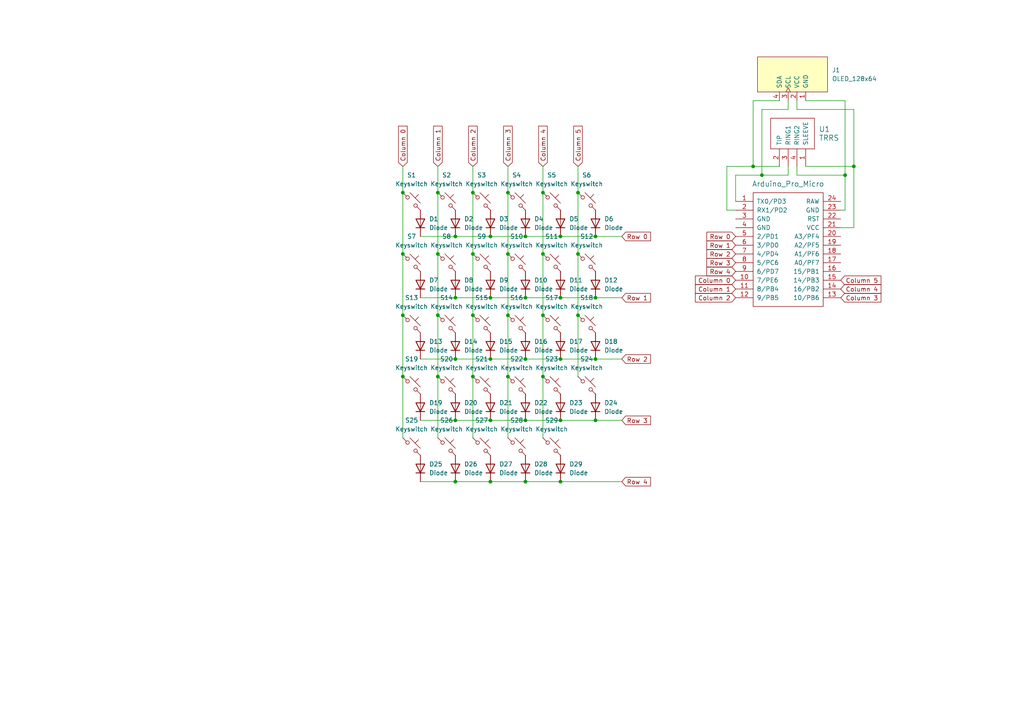
<source format=kicad_sch>
(kicad_sch (version 20250114) (generator "eeschema") (generator_version "9.0")
  (paper "A4")
  (lib_symbols
    (symbol "ScottoKeebs:MCU_Arduino_Pro_Micro" (pin_names (offset 1.016))
      (property "Reference" "U" (at 0 0 0))
      (property "Value" "Arduino_Pro_Micro" (at 0 -19.05 0))
      (symbol "MCU_Arduino_Pro_Micro_0_1"
        (rectangle (start -10.16 16.51) (end 10.16 -16.51))
      )
      (symbol "MCU_Arduino_Pro_Micro_1_1"
        (pin input line (at -15.24 13.97 0) (length 5.08) (name "TX0/PD3") (number "1"))
        (pin input line (at -15.24 11.43 0) (length 5.08) (name "RX1/PD2") (number "2"))
        (pin input line (at -15.24 8.89 0) (length 5.08) (name "GND") (number "3"))
        (pin input line (at -15.24 6.35 0) (length 5.08) (name "GND") (number "4"))
        (pin input line (at -15.24 3.81 0) (length 5.08) (name "2/PD1") (number "5"))
        (pin input line (at -15.24 1.27 0) (length 5.08) (name "3/PD0") (number "6"))
        (pin input line (at -15.24 -1.27 0) (length 5.08) (name "4/PD4") (number "7"))
        (pin input line (at -15.24 -3.81 0) (length 5.08) (name "5/PC6") (number "8"))
        (pin input line (at -15.24 -6.35 0) (length 5.08) (name "6/PD7") (number "9"))
        (pin input line (at -15.24 -8.89 0) (length 5.08) (name "7/PE6") (number "10"))
        (pin input line (at -15.24 -11.43 0) (length 5.08) (name "8/PB4") (number "11"))
        (pin input line (at -15.24 -13.97 0) (length 5.08) (name "9/PB5") (number "12"))
        (pin input line (at 15.24 13.97 180) (length 5.08) (name "RAW") (number "24"))
        (pin input line (at 15.24 11.43 180) (length 5.08) (name "GND") (number "23"))
        (pin input line (at 15.24 8.89 180) (length 5.08) (name "RST") (number "22"))
        (pin input line (at 15.24 6.35 180) (length 5.08) (name "VCC") (number "21"))
        (pin input line (at 15.24 3.81 180) (length 5.08) (name "A3/PF4") (number "20"))
        (pin input line (at 15.24 1.27 180) (length 5.08) (name "A2/PF5") (number "19"))
        (pin input line (at 15.24 -1.27 180) (length 5.08) (name "A1/PF6") (number "18"))
        (pin input line (at 15.24 -3.81 180) (length 5.08) (name "A0/PF7") (number "17"))
        (pin input line (at 15.24 -6.35 180) (length 5.08) (name "15/PB1") (number "16"))
        (pin input line (at 15.24 -8.89 180) (length 5.08) (name "14/PB3") (number "15"))
        (pin input line (at 15.24 -11.43 180) (length 5.08) (name "16/PB2") (number "14"))
        (pin input line (at 15.24 -13.97 180) (length 5.08) (name "10/PB6") (number "13"))
      )
    )
    (symbol "ScottoKeebs:OLED_128x64" (pin_names (offset 1.016))
      (property "Reference" "J" (at 0 -11.43 0))
      (property "Value" "OLED_128x64" (at 0 -7.62 0))
      (symbol "OLED_128x64_0_1"
        (rectangle (start 10.16 -10.16) (end -10.16 0) (fill (type background)))
      )
      (symbol "OLED_128x64_1_1"
        (pin power_in line (at -3.81 2.54 270) (length 2.54) (name "GND") (number "1"))
        (pin power_in line (at -1.27 2.54 270) (length 2.54) (name "VCC") (number "2"))
        (pin input clock (at 1.27 2.54 270) (length 2.54) (name "SCL") (number "3"))
        (pin bidirectional line (at 3.81 2.54 270) (length 2.54) (name "SDA") (number "4"))
      )
    )
    (symbol "ScottoKeebs:Placeholder_Diode" (pin_numbers (hide yes)) (pin_names (hide yes))
      (property "Reference" "D" (at 0 2.54 0))
      (property "Value" "Diode" (at 0 -2.54 0))
      (symbol "Placeholder_Diode_0_1"
        (polyline (pts (xy -1.27 1.27) (xy -1.27 -1.27)) (stroke (width 0.254)))
        (polyline (pts (xy 1.27 1.27) (xy 1.27 -1.27) (xy -1.27 0) (xy 1.27 1.27)) (stroke (width 0.254)))
        (polyline (pts (xy 1.27 0) (xy -1.27 0)))
      )
      (symbol "Placeholder_Diode_1_1"
        (pin passive line (at -3.81 0 0) (length 2.54) (name "K") (number "1"))
        (pin passive line (at 3.81 0 180) (length 2.54) (name "A") (number "2"))
      )
    )
    (symbol "ScottoKeebs:Placeholder_Keyswitch" (pin_numbers (hide yes)) (pin_names (offset 1.016) (hide yes))
      (property "Reference" "S" (at 3.048 1.016 0))
      (property "Value" "Keyswitch" (at 0 -3.81 0))
      (symbol "Placeholder_Keyswitch_0_1"
        (polyline (pts (xy -2.54 2.54) (xy -1.524 1.524) (xy -1.524 1.524)))
        (circle (center -1.1684 1.1684) (radius 0.508))
        (polyline (pts (xy -0.508 2.54) (xy 2.54 -0.508)))
        (polyline (pts (xy 1.016 1.016) (xy 2.032 2.032)))
        (circle (center 1.143 -1.1938) (radius 0.508))
        (polyline (pts (xy 1.524 -1.524) (xy 2.54 -2.54) (xy 2.54 -2.54) (xy 2.54 -2.54)))
        (pin passive line (at -2.54 2.54 0) (length 0) (name "1") (number "1"))
        (pin passive line (at 2.54 -2.54 180) (length 0) (name "2") (number "2"))
      )
    )
    (symbol "ScottoKeebs:Placeholder_TRRS" (pin_names (offset 1.016))
      (property "Reference" "U" (at 0 15.24 0))
      (property "Value" "TRRS" (at 0 -2.54 0))
      (symbol "Placeholder_TRRS_0_1"
        (rectangle (start -3.81 12.7) (end 5.08 12.7))
        (rectangle (start -3.81 0) (end -3.81 12.7))
        (rectangle (start -3.81 0) (end 5.08 0))
        (rectangle (start 5.08 12.7) (end 5.08 0))
      )
      (symbol "Placeholder_TRRS_1_1"
        (pin input line (at -8.89 10.16 0) (length 5.08) (name "TIP") (number "2"))
        (pin input line (at -8.89 7.62 0) (length 5.08) (name "RING1") (number "3"))
        (pin input line (at -8.89 5.08 0) (length 5.08) (name "RING2") (number "4"))
        (pin input line (at -8.89 2.54 0) (length 5.08) (name "SLEEVE") (number "1"))
      )
    )
  )
  (junction (at 167.64 91.44))
  (junction (at 157.48 109.22))
  (junction (at 142.24 86.36))
  (junction (at 162.56 139.7))
  (junction (at 127 73.66))
  (junction (at 147.32 73.66))
  (junction (at 220.98 50.8))
  (junction (at 142.24 139.7))
  (junction (at 152.4 86.36))
  (junction (at 245.11 50.8))
  (junction (at 142.24 121.92))
  (junction (at 152.4 68.58))
  (junction (at 116.84 55.88))
  (junction (at 137.16 55.88))
  (junction (at 127 55.88))
  (junction (at 116.84 91.44))
  (junction (at 142.24 68.58))
  (junction (at 116.84 73.66))
  (junction (at 132.08 121.92))
  (junction (at 127 91.44))
  (junction (at 132.08 86.36))
  (junction (at 162.56 68.58))
  (junction (at 157.48 73.66))
  (junction (at 152.4 139.7))
  (junction (at 142.24 104.14))
  (junction (at 162.56 121.92))
  (junction (at 167.64 73.66))
  (junction (at 172.72 68.58))
  (junction (at 116.84 109.22))
  (junction (at 152.4 104.14))
  (junction (at 132.08 139.7))
  (junction (at 172.72 86.36))
  (junction (at 157.48 91.44))
  (junction (at 137.16 109.22))
  (junction (at 162.56 104.14))
  (junction (at 172.72 104.14))
  (junction (at 132.08 104.14))
  (junction (at 147.32 55.88))
  (junction (at 157.48 55.88))
  (junction (at 172.72 121.92))
  (junction (at 147.32 91.44))
  (junction (at 137.16 73.66))
  (junction (at 147.32 109.22))
  (junction (at 137.16 91.44))
  (junction (at 218.44 48.26))
  (junction (at 132.08 68.58))
  (junction (at 152.4 121.92))
  (junction (at 167.64 55.88))
  (junction (at 247.65 48.26))
  (junction (at 127 109.22))
  (junction (at 162.56 86.36))
  (wire (pts (xy 142.24 104.14) (xy 152.4 104.14)))
  (wire (pts (xy 121.92 68.58) (xy 132.08 68.58)))
  (wire (pts (xy 162.56 86.36) (xy 172.72 86.36)))
  (wire (pts (xy 157.48 55.88) (xy 157.48 73.66)))
  (wire (pts (xy 132.08 121.92) (xy 142.24 121.92)))
  (wire (pts (xy 167.64 55.88) (xy 167.64 73.66)))
  (wire (pts (xy 228.6 48.26) (xy 228.6 50.8)))
  (wire (pts (xy 157.48 109.22) (xy 157.48 127)))
  (wire (pts (xy 152.4 139.7) (xy 162.56 139.7)))
  (wire (pts (xy 220.98 50.8) (xy 213.36 50.8)))
  (wire (pts (xy 137.16 109.22) (xy 137.16 127)))
  (wire (pts (xy 147.32 55.88) (xy 147.32 73.66)))
  (wire (pts (xy 167.64 73.66) (xy 167.64 91.44)))
  (wire (pts (xy 245.11 50.8) (xy 245.11 60.96)))
  (wire (pts (xy 210.82 48.26) (xy 218.44 48.26)))
  (wire (pts (xy 228.6 31.75) (xy 220.98 31.75)))
  (wire (pts (xy 157.48 91.44) (xy 157.48 109.22)))
  (wire (pts (xy 147.32 48.26) (xy 147.32 55.88)))
  (wire (pts (xy 127 91.44) (xy 127 109.22)))
  (wire (pts (xy 127 109.22) (xy 127 127)))
  (wire (pts (xy 121.92 104.14) (xy 132.08 104.14)))
  (wire (pts (xy 228.6 50.8) (xy 220.98 50.8)))
  (wire (pts (xy 142.24 121.92) (xy 152.4 121.92)))
  (wire (pts (xy 228.6 29.21) (xy 228.6 31.75)))
  (wire (pts (xy 132.08 86.36) (xy 142.24 86.36)))
  (wire (pts (xy 157.48 48.26) (xy 157.48 55.88)))
  (wire (pts (xy 162.56 139.7) (xy 180.34 139.7)))
  (wire (pts (xy 132.08 68.58) (xy 142.24 68.58)))
  (wire (pts (xy 167.64 48.26) (xy 167.64 55.88)))
  (wire (pts (xy 167.64 91.44) (xy 167.64 109.22)))
  (wire (pts (xy 137.16 91.44) (xy 137.16 109.22)))
  (wire (pts (xy 116.84 48.26) (xy 116.84 55.88)))
  (wire (pts (xy 243.84 60.96) (xy 245.11 60.96)))
  (wire (pts (xy 162.56 104.14) (xy 172.72 104.14)))
  (wire (pts (xy 213.36 60.96) (xy 210.82 60.96)))
  (wire (pts (xy 132.08 139.7) (xy 142.24 139.7)))
  (wire (pts (xy 218.44 48.26) (xy 226.06 48.26)))
  (wire (pts (xy 220.98 31.75) (xy 220.98 50.8)))
  (wire (pts (xy 147.32 73.66) (xy 147.32 91.44)))
  (wire (pts (xy 245.11 50.8) (xy 245.11 29.21)))
  (wire (pts (xy 180.34 68.58) (xy 172.72 68.58)))
  (wire (pts (xy 142.24 86.36) (xy 152.4 86.36)))
  (wire (pts (xy 210.82 60.96) (xy 210.82 48.26)))
  (wire (pts (xy 157.48 73.66) (xy 157.48 91.44)))
  (wire (pts (xy 231.14 50.8) (xy 245.11 50.8)))
  (wire (pts (xy 147.32 91.44) (xy 147.32 109.22)))
  (wire (pts (xy 121.92 139.7) (xy 132.08 139.7)))
  (wire (pts (xy 116.84 73.66) (xy 116.84 91.44)))
  (wire (pts (xy 213.36 50.8) (xy 213.36 58.42)))
  (wire (pts (xy 231.14 31.75) (xy 247.65 31.75)))
  (wire (pts (xy 152.4 68.58) (xy 162.56 68.58)))
  (wire (pts (xy 137.16 55.88) (xy 137.16 73.66)))
  (wire (pts (xy 231.14 48.26) (xy 231.14 50.8)))
  (wire (pts (xy 152.4 86.36) (xy 162.56 86.36)))
  (wire (pts (xy 172.72 86.36) (xy 180.34 86.36)))
  (wire (pts (xy 116.84 109.22) (xy 116.84 127)))
  (wire (pts (xy 127 48.26) (xy 127 55.88)))
  (wire (pts (xy 142.24 68.58) (xy 152.4 68.58)))
  (wire (pts (xy 132.08 104.14) (xy 142.24 104.14)))
  (wire (pts (xy 172.72 104.14) (xy 180.34 104.14)))
  (wire (pts (xy 247.65 31.75) (xy 247.65 48.26)))
  (wire (pts (xy 226.06 29.21) (xy 218.44 29.21)))
  (wire (pts (xy 137.16 73.66) (xy 137.16 91.44)))
  (wire (pts (xy 243.84 66.04) (xy 247.65 66.04)))
  (wire (pts (xy 137.16 48.26) (xy 137.16 55.88)))
  (wire (pts (xy 233.68 48.26) (xy 247.65 48.26)))
  (wire (pts (xy 116.84 55.88) (xy 116.84 73.66)))
  (wire (pts (xy 121.92 121.92) (xy 132.08 121.92)))
  (wire (pts (xy 231.14 29.21) (xy 231.14 31.75)))
  (wire (pts (xy 142.24 139.7) (xy 152.4 139.7)))
  (wire (pts (xy 162.56 68.58) (xy 172.72 68.58)))
  (wire (pts (xy 147.32 109.22) (xy 147.32 127)))
  (wire (pts (xy 116.84 91.44) (xy 116.84 109.22)))
  (wire (pts (xy 127 55.88) (xy 127 73.66)))
  (wire (pts (xy 245.11 29.21) (xy 233.68 29.21)))
  (wire (pts (xy 152.4 104.14) (xy 162.56 104.14)))
  (wire (pts (xy 121.92 86.36) (xy 132.08 86.36)))
  (wire (pts (xy 162.56 121.92) (xy 172.72 121.92)))
  (wire (pts (xy 152.4 121.92) (xy 162.56 121.92)))
  (wire (pts (xy 180.34 121.92) (xy 172.72 121.92)))
  (wire (pts (xy 218.44 29.21) (xy 218.44 48.26)))
  (wire (pts (xy 127 73.66) (xy 127 91.44)))
  (wire (pts (xy 247.65 48.26) (xy 247.65 66.04)))
  (global_label "Column 0" (shape input) (at 213.36 81.28 180) (property "Intersheetrefs" "${INTERSHEET_REFS}" (effects (hide yes))))
  (global_label "Row 1" (shape input) (at 180.34 86.36 0) (property "Intersheetrefs" "${INTERSHEET_REFS}" (effects (hide yes))))
  (global_label "Column 1" (shape input) (at 127 48.26 90) (property "Intersheetrefs" "${INTERSHEET_REFS}" (effects (hide yes))))
  (global_label "Column 5" (shape input) (at 243.84 81.28 0) (property "Intersheetrefs" "${INTERSHEET_REFS}" (effects (hide yes))))
  (global_label "Column 3" (shape input) (at 243.84 86.36 0) (property "Intersheetrefs" "${INTERSHEET_REFS}" (effects (hide yes))))
  (global_label "Row 2" (shape input) (at 180.34 104.14 0) (property "Intersheetrefs" "${INTERSHEET_REFS}" (effects (hide yes))))
  (global_label "Column 5" (shape input) (at 167.64 48.26 90) (property "Intersheetrefs" "${INTERSHEET_REFS}" (effects (hide yes))))
  (global_label "Column 3" (shape input) (at 147.32 48.26 90) (property "Intersheetrefs" "${INTERSHEET_REFS}" (effects (hide yes))))
  (global_label "Column 1" (shape input) (at 213.36 83.82 180) (property "Intersheetrefs" "${INTERSHEET_REFS}" (effects (hide yes))))
  (global_label "Row 0" (shape input) (at 180.34 68.58 0) (property "Intersheetrefs" "${INTERSHEET_REFS}" (effects (hide yes))))
  (global_label "Row 4" (shape input) (at 213.36 78.74 180) (property "Intersheetrefs" "${INTERSHEET_REFS}" (effects (hide yes))))
  (global_label "Column 0" (shape input) (at 116.84 48.26 90) (property "Intersheetrefs" "${INTERSHEET_REFS}" (effects (hide yes))))
  (global_label "Row 1" (shape input) (at 213.36 71.12 180) (property "Intersheetrefs" "${INTERSHEET_REFS}" (effects (hide yes))))
  (global_label "Row 2" (shape input) (at 213.36 73.66 180) (property "Intersheetrefs" "${INTERSHEET_REFS}" (effects (hide yes))))
  (global_label "Column 2" (shape input) (at 137.16 48.26 90) (property "Intersheetrefs" "${INTERSHEET_REFS}" (effects (hide yes))))
  (global_label "Row 3" (shape input) (at 180.34 121.92 0) (property "Intersheetrefs" "${INTERSHEET_REFS}" (effects (hide yes))))
  (global_label "Row 4" (shape input) (at 180.34 139.7 0) (property "Intersheetrefs" "${INTERSHEET_REFS}" (effects (hide yes))))
  (global_label "Column 2" (shape input) (at 213.36 86.36 180) (property "Intersheetrefs" "${INTERSHEET_REFS}" (effects (hide yes))))
  (global_label "Row 3" (shape input) (at 213.36 76.2 180) (property "Intersheetrefs" "${INTERSHEET_REFS}" (effects (hide yes))))
  (global_label "Row 0" (shape input) (at 213.36 68.58 180) (property "Intersheetrefs" "${INTERSHEET_REFS}" (effects (hide yes))))
  (global_label "Column 4" (shape input) (at 243.84 83.82 0) (property "Intersheetrefs" "${INTERSHEET_REFS}" (effects (hide yes))))
  (global_label "Column 4" (shape input) (at 157.48 48.26 90) (property "Intersheetrefs" "${INTERSHEET_REFS}" (effects (hide yes))))
  (symbol (lib_id "ScottoKeebs:Placeholder_Diode") (at 132.08 135.89 90) (unit 1)
    (property "Reference" "D26" (at 134.62 134.6199 90) (effects (justify right)))
    (property "Value" "Diode" (at 134.62 137.1599 90) (effects (justify right)))
    (property "Footprint" "ScottoKeebs_Choc:Choc_V1V2_1.00u" (effects (hide yes)))
    (property "Description" "1N4148 (DO-35) or 1N4148W (SOD-123)" (effects (hide yes)))
    (property "Sim.Device" "D" (effects (hide yes)))
    (property "Sim.Pins" "1=K 2=A" (effects (hide yes)))
  )
  (symbol (lib_id "ScottoKeebs:Placeholder_Keyswitch") (at 119.38 129.54 0) (unit 1)
    (property "Reference" "S25" (at 119.38 121.92 0))
    (property "Value" "Keyswitch" (at 119.38 124.46 0))
    (property "Description" "Push button switch, normally open, two pins, 45° tilted" (effects (hide yes)))
  )
  (symbol (lib_id "ScottoKeebs:Placeholder_Keyswitch") (at 149.86 76.2 0) (unit 1)
    (property "Reference" "S10" (at 149.86 68.58 0))
    (property "Value" "Keyswitch" (at 149.86 71.12 0))
    (property "Footprint" "ScottoKeebs_Choc:Choc_V1V2_1.00u" (effects (hide yes)))
    (property "Description" "Push button switch, normally open, two pins, 45° tilted" (effects (hide yes)))
  )
  (symbol (lib_id "ScottoKeebs:Placeholder_Diode") (at 152.4 64.77 90) (unit 1)
    (property "Reference" "D4" (at 154.94 63.4999 90) (effects (justify right)))
    (property "Value" "Diode" (at 154.94 66.0399 90) (effects (justify right)))
    (property "Footprint" "ScottoKeebs_Choc:Choc_V1V2_1.00u" (effects (hide yes)))
    (property "Description" "1N4148 (DO-35) or 1N4148W (SOD-123)" (effects (hide yes)))
    (property "Sim.Device" "D" (effects (hide yes)))
    (property "Sim.Pins" "1=K 2=A" (effects (hide yes)))
  )
  (symbol (lib_id "ScottoKeebs:Placeholder_Diode") (at 162.56 100.33 90) (unit 1)
    (property "Reference" "D17" (at 165.1 99.0599 90) (effects (justify right)))
    (property "Value" "Diode" (at 165.1 101.5999 90) (effects (justify right)))
    (property "Footprint" "ScottoKeebs_Choc:Choc_V1V2_1.00u" (effects (hide yes)))
    (property "Description" "1N4148 (DO-35) or 1N4148W (SOD-123)" (effects (hide yes)))
    (property "Sim.Device" "D" (effects (hide yes)))
    (property "Sim.Pins" "1=K 2=A" (effects (hide yes)))
  )
  (symbol (lib_id "ScottoKeebs:Placeholder_Keyswitch") (at 160.02 76.2 0) (unit 1)
    (property "Reference" "S11" (at 160.02 68.58 0))
    (property "Value" "Keyswitch" (at 160.02 71.12 0))
    (property "Footprint" "ScottoKeebs_Choc:Choc_V1V2_1.00u" (effects (hide yes)))
    (property "Description" "Push button switch, normally open, two pins, 45° tilted" (effects (hide yes)))
  )
  (symbol (lib_id "ScottoKeebs:Placeholder_Diode") (at 142.24 64.77 90) (unit 1)
    (property "Reference" "D3" (at 144.78 63.4999 90) (effects (justify right)))
    (property "Value" "Diode" (at 144.78 66.0399 90) (effects (justify right)))
    (property "Footprint" "ScottoKeebs_Choc:Choc_V1V2_1.00u" (effects (hide yes)))
    (property "Description" "1N4148 (DO-35) or 1N4148W (SOD-123)" (effects (hide yes)))
    (property "Sim.Device" "D" (effects (hide yes)))
    (property "Sim.Pins" "1=K 2=A" (effects (hide yes)))
  )
  (symbol (lib_id "ScottoKeebs:Placeholder_Diode") (at 121.92 64.77 90) (unit 1)
    (property "Reference" "D1" (at 124.46 63.4999 90) (effects (justify right)))
    (property "Value" "Diode" (at 124.46 66.0399 90) (effects (justify right)))
    (property "Footprint" "ScottoKeebs_Choc:Choc_V1V2_1.00u" (effects (hide yes)))
    (property "Description" "1N4148 (DO-35) or 1N4148W (SOD-123)" (effects (hide yes)))
    (property "Sim.Device" "D" (effects (hide yes)))
    (property "Sim.Pins" "1=K 2=A" (effects (hide yes)))
  )
  (symbol (lib_id "ScottoKeebs:Placeholder_Diode") (at 162.56 135.89 90) (unit 1)
    (property "Reference" "D29" (at 165.1 134.6199 90) (effects (justify right)))
    (property "Value" "Diode" (at 165.1 137.1599 90) (effects (justify right)))
    (property "Footprint" "ScottoKeebs_Choc:Choc_V1V2_1.00u" (effects (hide yes)))
    (property "Description" "1N4148 (DO-35) or 1N4148W (SOD-123)" (effects (hide yes)))
    (property "Sim.Device" "D" (effects (hide yes)))
    (property "Sim.Pins" "1=K 2=A" (effects (hide yes)))
  )
  (symbol (lib_id "ScottoKeebs:Placeholder_Diode") (at 152.4 100.33 90) (unit 1)
    (property "Reference" "D16" (at 154.94 99.0599 90) (effects (justify right)))
    (property "Value" "Diode" (at 154.94 101.5999 90) (effects (justify right)))
    (property "Footprint" "ScottoKeebs_Choc:Choc_V1V2_1.00u" (effects (hide yes)))
    (property "Description" "1N4148 (DO-35) or 1N4148W (SOD-123)" (effects (hide yes)))
    (property "Sim.Device" "D" (effects (hide yes)))
    (property "Sim.Pins" "1=K 2=A" (effects (hide yes)))
  )
  (symbol (lib_id "ScottoKeebs:Placeholder_Keyswitch") (at 170.18 93.98 0) (unit 1)
    (property "Reference" "S18" (at 170.18 86.36 0))
    (property "Value" "Keyswitch" (at 170.18 88.9 0))
    (property "Footprint" "ScottoKeebs_Choc:Choc_V1V2_1.00u" (effects (hide yes)))
    (property "Description" "Push button switch, normally open, two pins, 45° tilted" (effects (hide yes)))
  )
  (symbol (lib_id "ScottoKeebs:Placeholder_Diode") (at 132.08 118.11 90) (unit 1)
    (property "Reference" "D20" (at 134.62 116.8399 90) (effects (justify right)))
    (property "Value" "Diode" (at 134.62 119.3799 90) (effects (justify right)))
    (property "Footprint" "ScottoKeebs_Choc:Choc_V1V2_1.00u" (effects (hide yes)))
    (property "Description" "1N4148 (DO-35) or 1N4148W (SOD-123)" (effects (hide yes)))
    (property "Sim.Device" "D" (effects (hide yes)))
    (property "Sim.Pins" "1=K 2=A" (effects (hide yes)))
  )
  (symbol (lib_id "ScottoKeebs:Placeholder_Keyswitch") (at 129.54 93.98 0) (unit 1)
    (property "Reference" "S14" (at 129.54 86.36 0))
    (property "Value" "Keyswitch" (at 129.54 88.9 0))
    (property "Footprint" "ScottoKeebs_Choc:Choc_V1V2_1.00u" (effects (hide yes)))
    (property "Description" "Push button switch, normally open, two pins, 45° tilted" (effects (hide yes)))
  )
  (symbol (lib_id "ScottoKeebs:Placeholder_TRRS") (at 236.22 39.37 90) (unit 1)
    (property "Reference" "U1" (at 237.49 37.4649 90) (effects (font (size 1.524 1.524)) (justify right)))
    (property "Value" "TRRS" (at 237.49 40.0049 90) (effects (font (size 1.524 1.524)) (justify right)))
    (property "Footprint" "ScottoKeebs_Components:TRRS_PJ-320A" (effects (hide yes)))
  )
  (symbol (lib_id "ScottoKeebs:MCU_Arduino_Pro_Micro") (at 228.6 72.39 0) (unit 1)
    (property "Reference" "U2" (effects (hide yes)))
    (property "Value" "Arduino_Pro_Micro" (at 228.6 53.34 0) (effects (font (size 1.524 1.524))))
    (property "Footprint" "ScottoKeebs_MCU:Arduino_Pro_Micro" (effects (hide yes)))
  )
  (symbol (lib_id "ScottoKeebs:Placeholder_Keyswitch") (at 139.7 76.2 0) (unit 1)
    (property "Reference" "S9" (at 139.7 68.58 0))
    (property "Value" "Keyswitch" (at 139.7 71.12 0))
    (property "Footprint" "ScottoKeebs_Choc:Choc_V1V2_1.00u" (effects (hide yes)))
    (property "Description" "Push button switch, normally open, two pins, 45° tilted" (effects (hide yes)))
  )
  (symbol (lib_id "ScottoKeebs:Placeholder_Diode") (at 172.72 82.55 90) (unit 1)
    (property "Reference" "D12" (at 175.26 81.2799 90) (effects (justify right)))
    (property "Value" "Diode" (at 175.26 83.8199 90) (effects (justify right)))
    (property "Footprint" "ScottoKeebs_Choc:Choc_V1V2_1.00u" (effects (hide yes)))
    (property "Description" "1N4148 (DO-35) or 1N4148W (SOD-123)" (effects (hide yes)))
    (property "Sim.Device" "D" (effects (hide yes)))
    (property "Sim.Pins" "1=K 2=A" (effects (hide yes)))
  )
  (symbol (lib_id "ScottoKeebs:Placeholder_Keyswitch") (at 129.54 58.42 0) (unit 1)
    (property "Reference" "S2" (at 129.54 50.8 0))
    (property "Value" "Keyswitch" (at 129.54 53.34 0))
    (property "Footprint" "ScottoKeebs_Choc:Choc_V1V2_1.00u" (effects (hide yes)))
    (property "Description" "Push button switch, normally open, two pins, 45° tilted" (effects (hide yes)))
  )
  (symbol (lib_id "ScottoKeebs:Placeholder_Keyswitch") (at 119.38 58.42 0) (unit 1)
    (property "Reference" "S1" (at 119.38 50.8 0))
    (property "Value" "Keyswitch" (at 119.38 53.34 0))
    (property "Footprint" "ScottoKeebs_Choc:Choc_V1V2_1.00u" (effects (hide yes)))
    (property "Description" "Push button switch, normally open, two pins, 45° tilted" (effects (hide yes)))
  )
  (symbol (lib_id "ScottoKeebs:Placeholder_Keyswitch") (at 139.7 58.42 0) (unit 1)
    (property "Reference" "S3" (at 139.7 50.8 0))
    (property "Value" "Keyswitch" (at 139.7 53.34 0))
    (property "Footprint" "ScottoKeebs_Choc:Choc_V1V2_1.00u" (effects (hide yes)))
    (property "Description" "Push button switch, normally open, two pins, 45° tilted" (effects (hide yes)))
  )
  (symbol (lib_id "ScottoKeebs:Placeholder_Keyswitch") (at 170.18 111.76 0) (unit 1)
    (property "Reference" "S24" (at 170.18 104.14 0))
    (property "Value" "Keyswitch" (at 170.18 106.68 0))
    (property "Footprint" "ScottoKeebs_Choc:Choc_V1V2_1.00u" (effects (hide yes)))
    (property "Description" "Push button switch, normally open, two pins, 45° tilted" (effects (hide yes)))
  )
  (symbol (lib_id "ScottoKeebs:Placeholder_Diode") (at 132.08 64.77 90) (unit 1)
    (property "Reference" "D2" (at 134.62 63.4999 90) (effects (justify right)))
    (property "Value" "Diode" (at 134.62 66.0399 90) (effects (justify right)))
    (property "Footprint" "ScottoKeebs_Choc:Choc_V1V2_1.00u" (effects (hide yes)))
    (property "Description" "1N4148 (DO-35) or 1N4148W (SOD-123)" (effects (hide yes)))
    (property "Sim.Device" "D" (effects (hide yes)))
    (property "Sim.Pins" "1=K 2=A" (effects (hide yes)))
  )
  (symbol (lib_id "ScottoKeebs:Placeholder_Keyswitch") (at 149.86 58.42 0) (unit 1)
    (property "Reference" "S4" (at 149.86 50.8 0))
    (property "Value" "Keyswitch" (at 149.86 53.34 0))
    (property "Footprint" "ScottoKeebs_Choc:Choc_V1V2_1.00u" (effects (hide yes)))
    (property "Description" "Push button switch, normally open, two pins, 45° tilted" (effects (hide yes)))
  )
  (symbol (lib_id "ScottoKeebs:Placeholder_Diode") (at 132.08 82.55 90) (unit 1)
    (property "Reference" "D8" (at 134.62 81.2799 90) (effects (justify right)))
    (property "Value" "Diode" (at 134.62 83.8199 90) (effects (justify right)))
    (property "Footprint" "ScottoKeebs_Choc:Choc_V1V2_1.00u" (effects (hide yes)))
    (property "Description" "1N4148 (DO-35) or 1N4148W (SOD-123)" (effects (hide yes)))
    (property "Sim.Device" "D" (effects (hide yes)))
    (property "Sim.Pins" "1=K 2=A" (effects (hide yes)))
  )
  (symbol (lib_id "ScottoKeebs:Placeholder_Keyswitch") (at 139.7 129.54 0) (unit 1)
    (property "Reference" "S27" (at 139.7 121.92 0))
    (property "Value" "Keyswitch" (at 139.7 124.46 0))
    (property "Description" "Push button switch, normally open, two pins, 45° tilted" (effects (hide yes)))
  )
  (symbol (lib_id "ScottoKeebs:Placeholder_Keyswitch") (at 170.18 58.42 0) (unit 1)
    (property "Reference" "S6" (at 170.18 50.8 0))
    (property "Value" "Keyswitch" (at 170.18 53.34 0))
    (property "Footprint" "ScottoKeebs_Choc:Choc_V1V2_1.00u" (effects (hide yes)))
    (property "Description" "Push button switch, normally open, two pins, 45° tilted" (effects (hide yes)))
  )
  (symbol (lib_id "ScottoKeebs:Placeholder_Keyswitch") (at 149.86 111.76 0) (unit 1)
    (property "Reference" "S22" (at 149.86 104.14 0))
    (property "Value" "Keyswitch" (at 149.86 106.68 0))
    (property "Footprint" "ScottoKeebs_Choc:Choc_V1V2_1.00u" (effects (hide yes)))
    (property "Description" "Push button switch, normally open, two pins, 45° tilted" (effects (hide yes)))
  )
  (symbol (lib_id "ScottoKeebs:Placeholder_Keyswitch") (at 160.02 129.54 0) (unit 1)
    (property "Reference" "S29" (at 160.02 121.92 0))
    (property "Value" "Keyswitch" (at 160.02 124.46 0))
    (property "Description" "Push button switch, normally open, two pins, 45° tilted" (effects (hide yes)))
  )
  (symbol (lib_id "ScottoKeebs:Placeholder_Keyswitch") (at 170.18 76.2 0) (unit 1)
    (property "Reference" "S12" (at 170.18 68.58 0))
    (property "Value" "Keyswitch" (at 170.18 71.12 0))
    (property "Footprint" "ScottoKeebs_Choc:Choc_V1V2_1.00u" (effects (hide yes)))
    (property "Description" "Push button switch, normally open, two pins, 45° tilted" (effects (hide yes)))
  )
  (symbol (lib_id "ScottoKeebs:Placeholder_Keyswitch") (at 129.54 76.2 0) (unit 1)
    (property "Reference" "S8" (at 129.54 68.58 0))
    (property "Value" "Keyswitch" (at 129.54 71.12 0))
    (property "Footprint" "ScottoKeebs_Choc:Choc_V1V2_1.00u" (effects (hide yes)))
    (property "Description" "Push button switch, normally open, two pins, 45° tilted" (effects (hide yes)))
  )
  (symbol (lib_id "ScottoKeebs:Placeholder_Diode") (at 121.92 135.89 90) (unit 1)
    (property "Reference" "D25" (at 124.46 134.6199 90) (effects (justify right)))
    (property "Value" "Diode" (at 124.46 137.1599 90) (effects (justify right)))
    (property "Footprint" "ScottoKeebs_Choc:Choc_V1V2_1.00u" (effects (hide yes)))
    (property "Description" "1N4148 (DO-35) or 1N4148W (SOD-123)" (effects (hide yes)))
    (property "Sim.Device" "D" (effects (hide yes)))
    (property "Sim.Pins" "1=K 2=A" (effects (hide yes)))
  )
  (symbol (lib_id "ScottoKeebs:Placeholder_Keyswitch") (at 139.7 111.76 0) (unit 1)
    (property "Reference" "S21" (at 139.7 104.14 0))
    (property "Value" "Keyswitch" (at 139.7 106.68 0))
    (property "Footprint" "ScottoKeebs_Choc:Choc_V1V2_1.00u" (effects (hide yes)))
    (property "Description" "Push button switch, normally open, two pins, 45° tilted" (effects (hide yes)))
  )
  (symbol (lib_id "ScottoKeebs:Placeholder_Diode") (at 142.24 100.33 90) (unit 1)
    (property "Reference" "D15" (at 144.78 99.0599 90) (effects (justify right)))
    (property "Value" "Diode" (at 144.78 101.5999 90) (effects (justify right)))
    (property "Footprint" "ScottoKeebs_Choc:Choc_V1V2_1.00u" (effects (hide yes)))
    (property "Description" "1N4148 (DO-35) or 1N4148W (SOD-123)" (effects (hide yes)))
    (property "Sim.Device" "D" (effects (hide yes)))
    (property "Sim.Pins" "1=K 2=A" (effects (hide yes)))
  )
  (symbol (lib_id "ScottoKeebs:Placeholder_Diode") (at 152.4 135.89 90) (unit 1)
    (property "Reference" "D28" (at 154.94 134.6199 90) (effects (justify right)))
    (property "Value" "Diode" (at 154.94 137.1599 90) (effects (justify right)))
    (property "Footprint" "ScottoKeebs_Choc:Choc_V1V2_1.00u" (effects (hide yes)))
    (property "Description" "1N4148 (DO-35) or 1N4148W (SOD-123)" (effects (hide yes)))
    (property "Sim.Device" "D" (effects (hide yes)))
    (property "Sim.Pins" "1=K 2=A" (effects (hide yes)))
  )
  (symbol (lib_id "ScottoKeebs:Placeholder_Keyswitch") (at 139.7 93.98 0) (unit 1)
    (property "Reference" "S15" (at 139.7 86.36 0))
    (property "Value" "Keyswitch" (at 139.7 88.9 0))
    (property "Footprint" "ScottoKeebs_Choc:Choc_V1V2_1.00u" (effects (hide yes)))
    (property "Description" "Push button switch, normally open, two pins, 45° tilted" (effects (hide yes)))
  )
  (symbol (lib_id "ScottoKeebs:Placeholder_Diode") (at 121.92 82.55 90) (unit 1)
    (property "Reference" "D7" (at 124.46 81.2799 90) (effects (justify right)))
    (property "Value" "Diode" (at 124.46 83.8199 90) (effects (justify right)))
    (property "Footprint" "ScottoKeebs_Choc:Choc_V1V2_1.00u" (effects (hide yes)))
    (property "Description" "1N4148 (DO-35) or 1N4148W (SOD-123)" (effects (hide yes)))
    (property "Sim.Device" "D" (effects (hide yes)))
    (property "Sim.Pins" "1=K 2=A" (effects (hide yes)))
  )
  (symbol (lib_id "ScottoKeebs:Placeholder_Diode") (at 172.72 64.77 90) (unit 1)
    (property "Reference" "D6" (at 175.26 63.4999 90) (effects (justify right)))
    (property "Value" "Diode" (at 175.26 66.0399 90) (effects (justify right)))
    (property "Footprint" "ScottoKeebs_Choc:Choc_V1V2_1.00u" (effects (hide yes)))
    (property "Description" "1N4148 (DO-35) or 1N4148W (SOD-123)" (effects (hide yes)))
    (property "Sim.Device" "D" (effects (hide yes)))
    (property "Sim.Pins" "1=K 2=A" (effects (hide yes)))
  )
  (symbol (lib_id "ScottoKeebs:Placeholder_Keyswitch") (at 129.54 129.54 0) (unit 1)
    (property "Reference" "S26" (at 129.54 121.92 0))
    (property "Value" "Keyswitch" (at 129.54 124.46 0))
    (property "Description" "Push button switch, normally open, two pins, 45° tilted" (effects (hide yes)))
  )
  (symbol (lib_id "ScottoKeebs:Placeholder_Diode") (at 142.24 118.11 90) (unit 1)
    (property "Reference" "D21" (at 144.78 116.8399 90) (effects (justify right)))
    (property "Value" "Diode" (at 144.78 119.3799 90) (effects (justify right)))
    (property "Footprint" "ScottoKeebs_Choc:Choc_V1V2_1.00u" (effects (hide yes)))
    (property "Description" "1N4148 (DO-35) or 1N4148W (SOD-123)" (effects (hide yes)))
    (property "Sim.Device" "D" (effects (hide yes)))
    (property "Sim.Pins" "1=K 2=A" (effects (hide yes)))
  )
  (symbol (lib_id "ScottoKeebs:Placeholder_Diode") (at 142.24 135.89 90) (unit 1)
    (property "Reference" "D27" (at 144.78 134.6199 90) (effects (justify right)))
    (property "Value" "Diode" (at 144.78 137.1599 90) (effects (justify right)))
    (property "Footprint" "ScottoKeebs_Choc:Choc_V1V2_1.00u" (effects (hide yes)))
    (property "Description" "1N4148 (DO-35) or 1N4148W (SOD-123)" (effects (hide yes)))
    (property "Sim.Device" "D" (effects (hide yes)))
    (property "Sim.Pins" "1=K 2=A" (effects (hide yes)))
  )
  (symbol (lib_id "ScottoKeebs:OLED_128x64") (at 229.87 26.67 180) (unit 1)
    (property "Reference" "J1" (at 241.3 20.3199 0) (effects (justify right)))
    (property "Value" "OLED_128x64" (at 241.3 22.8599 0) (effects (justify right)))
    (property "Footprint" "ScottoKeebs_Choc:Choc_V1V2_1.00u" (effects (hide yes)))
  )
  (symbol (lib_id "ScottoKeebs:Placeholder_Keyswitch") (at 119.38 93.98 0) (unit 1)
    (property "Reference" "S13" (at 119.38 86.36 0))
    (property "Value" "Keyswitch" (at 119.38 88.9 0))
    (property "Description" "Push button switch, normally open, two pins, 45° tilted" (effects (hide yes)))
  )
  (symbol (lib_id "ScottoKeebs:Placeholder_Keyswitch") (at 160.02 111.76 0) (unit 1)
    (property "Reference" "S23" (at 160.02 104.14 0))
    (property "Value" "Keyswitch" (at 160.02 106.68 0))
    (property "Footprint" "ScottoKeebs_Choc:Choc_V1V2_1.00u" (effects (hide yes)))
    (property "Description" "Push button switch, normally open, two pins, 45° tilted" (effects (hide yes)))
  )
  (symbol (lib_id "ScottoKeebs:Placeholder_Diode") (at 162.56 64.77 90) (unit 1)
    (property "Reference" "D5" (at 165.1 63.4999 90) (effects (justify right)))
    (property "Value" "Diode" (at 165.1 66.0399 90) (effects (justify right)))
    (property "Footprint" "ScottoKeebs_Choc:Choc_V1V2_1.00u" (effects (hide yes)))
    (property "Description" "1N4148 (DO-35) or 1N4148W (SOD-123)" (effects (hide yes)))
    (property "Sim.Device" "D" (effects (hide yes)))
    (property "Sim.Pins" "1=K 2=A" (effects (hide yes)))
  )
  (symbol (lib_id "ScottoKeebs:Placeholder_Keyswitch") (at 160.02 58.42 0) (unit 1)
    (property "Reference" "S5" (at 160.02 50.8 0))
    (property "Value" "Keyswitch" (at 160.02 53.34 0))
    (property "Footprint" "ScottoKeebs_Choc:Choc_V1V2_1.00u" (effects (hide yes)))
    (property "Description" "Push button switch, normally open, two pins, 45° tilted" (effects (hide yes)))
  )
  (symbol (lib_id "ScottoKeebs:Placeholder_Diode") (at 152.4 82.55 90) (unit 1)
    (property "Reference" "D10" (at 154.94 81.2799 90) (effects (justify right)))
    (property "Value" "Diode" (at 154.94 83.8199 90) (effects (justify right)))
    (property "Footprint" "ScottoKeebs_Choc:Choc_V1V2_1.00u" (effects (hide yes)))
    (property "Description" "1N4148 (DO-35) or 1N4148W (SOD-123)" (effects (hide yes)))
    (property "Sim.Device" "D" (effects (hide yes)))
    (property "Sim.Pins" "1=K 2=A" (effects (hide yes)))
  )
  (symbol (lib_id "ScottoKeebs:Placeholder_Keyswitch") (at 160.02 93.98 0) (unit 1)
    (property "Reference" "S17" (at 160.02 86.36 0))
    (property "Value" "Keyswitch" (at 160.02 88.9 0))
    (property "Footprint" "ScottoKeebs_Choc:Choc_V1V2_1.00u" (effects (hide yes)))
    (property "Description" "Push button switch, normally open, two pins, 45° tilted" (effects (hide yes)))
  )
  (symbol (lib_id "ScottoKeebs:Placeholder_Diode") (at 121.92 118.11 90) (unit 1)
    (property "Reference" "D19" (at 124.46 116.8399 90) (effects (justify right)))
    (property "Value" "Diode" (at 124.46 119.3799 90) (effects (justify right)))
    (property "Footprint" "ScottoKeebs_Choc:Choc_V1V2_1.00u" (effects (hide yes)))
    (property "Description" "1N4148 (DO-35) or 1N4148W (SOD-123)" (effects (hide yes)))
    (property "Sim.Device" "D" (effects (hide yes)))
    (property "Sim.Pins" "1=K 2=A" (effects (hide yes)))
  )
  (symbol (lib_id "ScottoKeebs:Placeholder_Diode") (at 142.24 82.55 90) (unit 1)
    (property "Reference" "D9" (at 144.78 81.2799 90) (effects (justify right)))
    (property "Value" "Diode" (at 144.78 83.8199 90) (effects (justify right)))
    (property "Footprint" "ScottoKeebs_Choc:Choc_V1V2_1.00u" (effects (hide yes)))
    (property "Description" "1N4148 (DO-35) or 1N4148W (SOD-123)" (effects (hide yes)))
    (property "Sim.Device" "D" (effects (hide yes)))
    (property "Sim.Pins" "1=K 2=A" (effects (hide yes)))
  )
  (symbol (lib_id "ScottoKeebs:Placeholder_Keyswitch") (at 129.54 111.76 0) (unit 1)
    (property "Reference" "S20" (at 129.54 104.14 0))
    (property "Value" "Keyswitch" (at 129.54 106.68 0))
    (property "Footprint" "ScottoKeebs_Choc:Choc_V1V2_1.00u" (effects (hide yes)))
    (property "Description" "Push button switch, normally open, two pins, 45° tilted" (effects (hide yes)))
  )
  (symbol (lib_id "ScottoKeebs:Placeholder_Diode") (at 162.56 82.55 90) (unit 1)
    (property "Reference" "D11" (at 165.1 81.2799 90) (effects (justify right)))
    (property "Value" "Diode" (at 165.1 83.8199 90) (effects (justify right)))
    (property "Footprint" "ScottoKeebs_Choc:Choc_V1V2_1.00u" (effects (hide yes)))
    (property "Description" "1N4148 (DO-35) or 1N4148W (SOD-123)" (effects (hide yes)))
    (property "Sim.Device" "D" (effects (hide yes)))
    (property "Sim.Pins" "1=K 2=A" (effects (hide yes)))
  )
  (symbol (lib_id "ScottoKeebs:Placeholder_Diode") (at 162.56 118.11 90) (unit 1)
    (property "Reference" "D23" (at 165.1 116.8399 90) (effects (justify right)))
    (property "Value" "Diode" (at 165.1 119.3799 90) (effects (justify right)))
    (property "Footprint" "ScottoKeebs_Choc:Choc_V1V2_1.00u" (effects (hide yes)))
    (property "Description" "1N4148 (DO-35) or 1N4148W (SOD-123)" (effects (hide yes)))
    (property "Sim.Device" "D" (effects (hide yes)))
    (property "Sim.Pins" "1=K 2=A" (effects (hide yes)))
  )
  (symbol (lib_id "ScottoKeebs:Placeholder_Keyswitch") (at 119.38 111.76 0) (unit 1)
    (property "Reference" "S19" (at 119.38 104.14 0))
    (property "Value" "Keyswitch" (at 119.38 106.68 0))
    (property "Description" "Push button switch, normally open, two pins, 45° tilted" (effects (hide yes)))
  )
  (symbol (lib_id "ScottoKeebs:Placeholder_Keyswitch") (at 119.38 76.2 0) (unit 1)
    (property "Reference" "S7" (at 119.38 68.58 0))
    (property "Value" "Keyswitch" (at 119.38 71.12 0))
    (property "Description" "Push button switch, normally open, two pins, 45° tilted" (effects (hide yes)))
  )
  (symbol (lib_id "ScottoKeebs:Placeholder_Diode") (at 172.72 118.11 90) (unit 1)
    (property "Reference" "D24" (at 175.26 116.8399 90) (effects (justify right)))
    (property "Value" "Diode" (at 175.26 119.3799 90) (effects (justify right)))
    (property "Footprint" "ScottoKeebs_Choc:Choc_V1V2_1.00u" (effects (hide yes)))
    (property "Description" "1N4148 (DO-35) or 1N4148W (SOD-123)" (effects (hide yes)))
    (property "Sim.Device" "D" (effects (hide yes)))
    (property "Sim.Pins" "1=K 2=A" (effects (hide yes)))
  )
  (symbol (lib_id "ScottoKeebs:Placeholder_Keyswitch") (at 149.86 93.98 0) (unit 1)
    (property "Reference" "S16" (at 149.86 86.36 0))
    (property "Value" "Keyswitch" (at 149.86 88.9 0))
    (property "Footprint" "ScottoKeebs_Choc:Choc_V1V2_1.00u" (effects (hide yes)))
    (property "Description" "Push button switch, normally open, two pins, 45° tilted" (effects (hide yes)))
  )
  (symbol (lib_id "ScottoKeebs:Placeholder_Diode") (at 172.72 100.33 90) (unit 1)
    (property "Reference" "D18" (at 175.26 99.0599 90) (effects (justify right)))
    (property "Value" "Diode" (at 175.26 101.5999 90) (effects (justify right)))
    (property "Footprint" "ScottoKeebs_Choc:Choc_V1V2_1.00u" (effects (hide yes)))
    (property "Description" "1N4148 (DO-35) or 1N4148W (SOD-123)" (effects (hide yes)))
    (property "Sim.Device" "D" (effects (hide yes)))
    (property "Sim.Pins" "1=K 2=A" (effects (hide yes)))
  )
  (symbol (lib_id "ScottoKeebs:Placeholder_Diode") (at 121.92 100.33 90) (unit 1)
    (property "Reference" "D13" (at 124.46 99.0599 90) (effects (justify right)))
    (property "Value" "Diode" (at 124.46 101.5999 90) (effects (justify right)))
    (property "Footprint" "ScottoKeebs_Choc:Choc_V1V2_1.00u" (effects (hide yes)))
    (property "Description" "1N4148 (DO-35) or 1N4148W (SOD-123)" (effects (hide yes)))
    (property "Sim.Device" "D" (effects (hide yes)))
    (property "Sim.Pins" "1=K 2=A" (effects (hide yes)))
  )
  (symbol (lib_id "ScottoKeebs:Placeholder_Diode") (at 152.4 118.11 90) (unit 1)
    (property "Reference" "D22" (at 154.94 116.8399 90) (effects (justify right)))
    (property "Value" "Diode" (at 154.94 119.3799 90) (effects (justify right)))
    (property "Footprint" "ScottoKeebs_Choc:Choc_V1V2_1.00u" (effects (hide yes)))
    (property "Description" "1N4148 (DO-35) or 1N4148W (SOD-123)" (effects (hide yes)))
    (property "Sim.Device" "D" (effects (hide yes)))
    (property "Sim.Pins" "1=K 2=A" (effects (hide yes)))
  )
  (symbol (lib_id "ScottoKeebs:Placeholder_Diode") (at 132.08 100.33 90) (unit 1)
    (property "Reference" "D14" (at 134.62 99.0599 90) (effects (justify right)))
    (property "Value" "Diode" (at 134.62 101.5999 90) (effects (justify right)))
    (property "Footprint" "ScottoKeebs_Choc:Choc_V1V2_1.00u" (effects (hide yes)))
    (property "Description" "1N4148 (DO-35) or 1N4148W (SOD-123)" (effects (hide yes)))
    (property "Sim.Device" "D" (effects (hide yes)))
    (property "Sim.Pins" "1=K 2=A" (effects (hide yes)))
  )
  (symbol (lib_id "ScottoKeebs:Placeholder_Keyswitch") (at 149.86 129.54 0) (unit 1)
    (property "Reference" "S28" (at 149.86 121.92 0))
    (property "Value" "Keyswitch" (at 149.86 124.46 0))
    (property "Description" "Push button switch, normally open, two pins, 45° tilted" (effects (hide yes)))
  )
)
</source>
